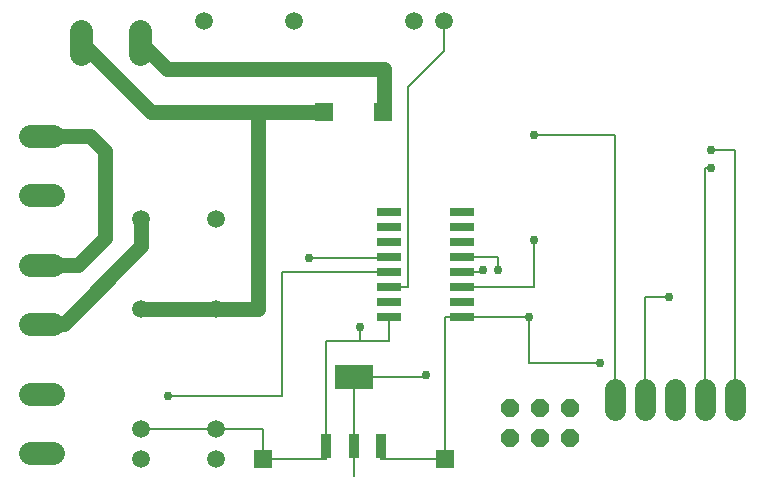
<source format=gbr>
G04 EAGLE Gerber RS-274X export*
G75*
%MOMM*%
%FSLAX34Y34*%
%LPD*%
%INBottom Copper*%
%IPPOS*%
%AMOC8*
5,1,8,0,0,1.08239X$1,22.5*%
G01*
%ADD10R,1.524000X1.524000*%
%ADD11R,0.950000X2.150000*%
%ADD12R,3.250000X2.150000*%
%ADD13R,2.032000X0.660400*%
%ADD14C,1.981200*%
%ADD15C,1.508000*%
%ADD16C,1.800000*%
%ADD17P,1.649562X8X202.500000*%
%ADD18C,1.270000*%
%ADD19C,0.152400*%
%ADD20C,0.756400*%


D10*
X484740Y289240D03*
X434740Y289240D03*
X536740Y-4760D03*
X382740Y-4760D03*
D11*
X482740Y6560D03*
X459740Y6560D03*
X436740Y6560D03*
D12*
X459740Y64560D03*
D13*
X551434Y204470D03*
X489966Y204470D03*
X551434Y191770D03*
X551434Y179070D03*
X489966Y191770D03*
X489966Y179070D03*
X551434Y166370D03*
X489966Y166370D03*
X551434Y153670D03*
X489966Y153670D03*
X551434Y140970D03*
X551434Y128270D03*
X489966Y140970D03*
X489966Y128270D03*
X551434Y115570D03*
X489966Y115570D03*
D14*
X279146Y338074D02*
X279146Y357886D01*
X229108Y357886D02*
X229108Y338074D01*
X205486Y268986D02*
X185674Y268986D01*
X185674Y218948D02*
X205486Y218948D01*
X205486Y159766D02*
X185674Y159766D01*
X185674Y109728D02*
X205486Y109728D01*
X205486Y50546D02*
X185674Y50546D01*
X185674Y508D02*
X205486Y508D01*
D15*
X332740Y366460D03*
X408940Y366460D03*
X510540Y366460D03*
X535940Y366460D03*
X280100Y198120D03*
X280100Y121920D03*
X280100Y20320D03*
X280100Y-5080D03*
X343600Y198120D03*
X343600Y121920D03*
X343600Y20320D03*
X343600Y-5080D03*
D16*
X782320Y36720D02*
X782320Y54720D01*
X756920Y54720D02*
X756920Y36720D01*
X731520Y36720D02*
X731520Y54720D01*
X706120Y54720D02*
X706120Y36720D01*
X680720Y36720D02*
X680720Y54720D01*
D17*
X642620Y38100D03*
X642620Y12700D03*
X617220Y38100D03*
X617220Y12700D03*
X591820Y38100D03*
X591820Y12700D03*
D18*
X302006Y325120D02*
X279146Y347980D01*
X302006Y325120D02*
X485140Y325120D01*
X485140Y289640D01*
D19*
X484740Y289240D01*
D18*
X248920Y182626D02*
X226060Y159766D01*
X195580Y159766D01*
X248920Y182626D02*
X248920Y256286D01*
X236220Y268986D01*
X195580Y268986D01*
X229108Y347980D02*
X287848Y289240D01*
X378460Y289240D01*
X434740Y289240D01*
X343600Y121920D02*
X280100Y121920D01*
X343600Y121920D02*
X378460Y121920D01*
X378460Y289240D01*
X214568Y109728D02*
X195580Y109728D01*
X214568Y109728D02*
X280100Y175260D01*
X280100Y198120D01*
D19*
X482740Y-4760D02*
X536740Y-4760D01*
X482740Y-4760D02*
X482740Y6560D01*
X536740Y-4760D02*
X536740Y115570D01*
X551434Y115570D01*
D20*
X668020Y76200D03*
D19*
X608330Y76200D01*
X608330Y115570D01*
X551434Y115570D01*
D20*
X608330Y115570D03*
D19*
X436740Y95250D02*
X436740Y6560D01*
X489966Y95250D02*
X489966Y115570D01*
X489966Y95250D02*
X464820Y95250D01*
X436740Y95250D01*
X382740Y20320D02*
X382740Y-4760D01*
X382740Y20320D02*
X343600Y20320D01*
X280100Y20320D01*
X436740Y6560D02*
X436740Y-4760D01*
X382740Y-4760D01*
D20*
X464820Y106680D03*
D19*
X464820Y95250D01*
X459740Y6560D02*
X459740Y-19558D01*
X459740Y6560D02*
X459740Y64560D01*
D20*
X520700Y66040D03*
D19*
X520700Y64560D01*
X459740Y64560D01*
X680720Y45720D02*
X680720Y269240D01*
X612140Y269240D01*
D20*
X612140Y269240D03*
D19*
X489966Y153670D02*
X398780Y153670D01*
X398780Y48260D01*
X302260Y48260D01*
D20*
X302260Y48260D03*
D19*
X488696Y165100D02*
X489966Y166370D01*
X488696Y165100D02*
X421640Y165100D01*
D20*
X421640Y165100D03*
D19*
X551434Y153670D02*
X567690Y153670D01*
X568960Y154940D01*
D20*
X568960Y154940D03*
D19*
X552704Y165100D02*
X551434Y166370D01*
X581660Y166370D01*
X581660Y154940D01*
D20*
X581660Y154940D03*
D19*
X782320Y256540D02*
X782320Y45720D01*
X782320Y256540D02*
X762000Y256540D01*
D20*
X762000Y256540D03*
D19*
X762000Y241300D02*
X756920Y241300D01*
X756920Y45720D01*
D20*
X762000Y241300D03*
D19*
X535940Y340360D02*
X535940Y366460D01*
X535940Y340360D02*
X505460Y309880D01*
X505460Y140970D01*
X489966Y140970D01*
X551434Y140970D02*
X612140Y140970D01*
X612140Y180340D01*
D20*
X612140Y180340D03*
D19*
X706120Y132080D02*
X706120Y45720D01*
X706120Y132080D02*
X726440Y132080D01*
D20*
X726440Y132080D03*
M02*

</source>
